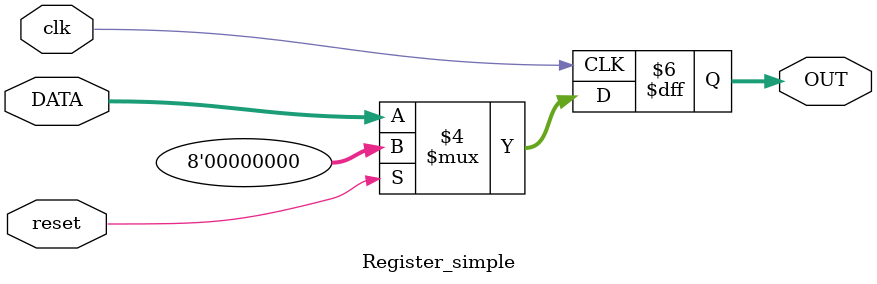
<source format=v>
module Register_simple #(
     parameter WIDTH=8)
    (
	  input  clk, reset,
	  input	[WIDTH-1:0] DATA,
	  output reg [WIDTH-1:0] OUT
    );
	 
always@(posedge clk) begin
	if(reset == 1'b0)
		OUT<=DATA;
	else	
		OUT<={WIDTH{1'b0}};
end
	 
endmodule	 
</source>
